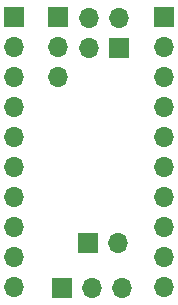
<source format=gbs>
G04 #@! TF.GenerationSoftware,KiCad,Pcbnew,(5.1.8)-1*
G04 #@! TF.CreationDate,2021-06-06T23:03:40+01:00*
G04 #@! TF.ProjectId,qfn-practice,71666e2d-7072-4616-9374-6963652e6b69,rev?*
G04 #@! TF.SameCoordinates,Original*
G04 #@! TF.FileFunction,Soldermask,Bot*
G04 #@! TF.FilePolarity,Negative*
%FSLAX46Y46*%
G04 Gerber Fmt 4.6, Leading zero omitted, Abs format (unit mm)*
G04 Created by KiCad (PCBNEW (5.1.8)-1) date 2021-06-06 23:03:40*
%MOMM*%
%LPD*%
G01*
G04 APERTURE LIST*
%ADD10R,1.700000X1.700000*%
%ADD11O,1.700000X1.700000*%
G04 APERTURE END LIST*
D10*
G04 #@! TO.C,J1*
X162560000Y-58420000D03*
D11*
X162560000Y-60960000D03*
X162560000Y-63500000D03*
X162560000Y-66040000D03*
X162560000Y-68580000D03*
X162560000Y-71120000D03*
X162560000Y-73660000D03*
X162560000Y-76200000D03*
X162560000Y-78740000D03*
X162560000Y-81280000D03*
G04 #@! TD*
G04 #@! TO.C,J2*
X149860000Y-81280000D03*
X149860000Y-78740000D03*
X149860000Y-76200000D03*
X149860000Y-73660000D03*
X149860000Y-71120000D03*
X149860000Y-68580000D03*
X149860000Y-66040000D03*
X149860000Y-63500000D03*
X149860000Y-60960000D03*
D10*
X149860000Y-58420000D03*
G04 #@! TD*
G04 #@! TO.C,J3*
X153900000Y-81300000D03*
D11*
X156440000Y-81300000D03*
X158980000Y-81300000D03*
G04 #@! TD*
D10*
G04 #@! TO.C,J5*
X156100000Y-77500000D03*
D11*
X158640000Y-77500000D03*
G04 #@! TD*
D10*
G04 #@! TO.C,J7*
X153550000Y-58400000D03*
D11*
X153550000Y-60940000D03*
X153550000Y-63480000D03*
G04 #@! TD*
D10*
G04 #@! TO.C,J4*
X158740000Y-61000000D03*
D11*
X156200000Y-61000000D03*
X158740000Y-58460000D03*
X156200000Y-58460000D03*
G04 #@! TD*
M02*

</source>
